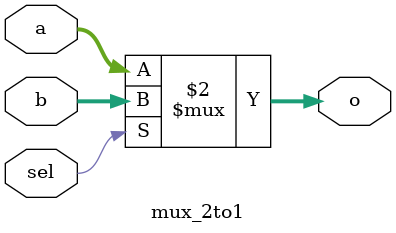
<source format=sv>
module mux_2to1  #(
    parameter DATA_WIDTH = 32
)(
    input [DATA_WIDTH-1:0]a,
    input [DATA_WIDTH-1:0]b,

    input sel,

    output reg [DATA_WIDTH-1:0]o
);

always @ (*) begin
   o <= (sel) ? b : a;
end

endmodule
</source>
